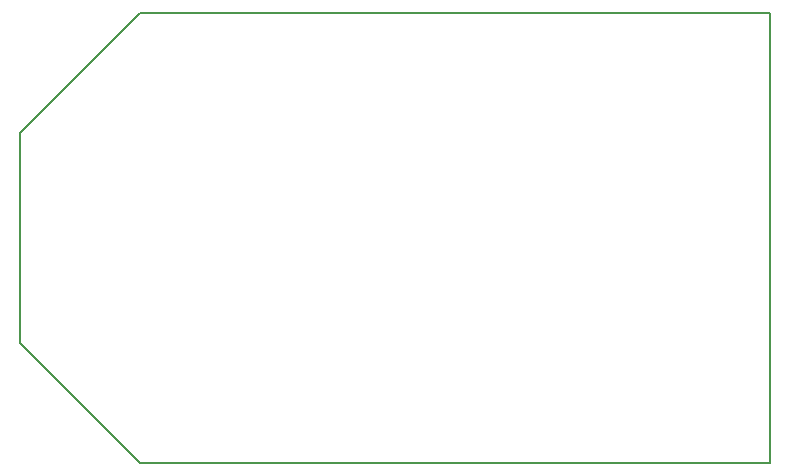
<source format=gm1>
G04 #@! TF.GenerationSoftware,KiCad,Pcbnew,(5.1.0-851-g3912c7407)*
G04 #@! TF.CreationDate,2019-06-16T00:16:21-04:00*
G04 #@! TF.ProjectId,Corsair_RGB_Fan_Adaptor,436f7273-6169-4725-9f52-47425f46616e,rev?*
G04 #@! TF.SameCoordinates,Original*
G04 #@! TF.FileFunction,Profile,NP*
%FSLAX46Y46*%
G04 Gerber Fmt 4.6, Leading zero omitted, Abs format (unit mm)*
G04 Created by KiCad (PCBNEW (5.1.0-851-g3912c7407)) date 2019-06-16 00:16:21*
%MOMM*%
%LPD*%
G04 APERTURE LIST*
%ADD10C,0.200000*%
%ADD11C,0.150000*%
G04 APERTURE END LIST*
D10*
X104140000Y-129540000D02*
X114300000Y-139700000D01*
X114300000Y-101600000D02*
X104140000Y-111760000D01*
D11*
X114300000Y-139700000D02*
X167640000Y-139700000D01*
X167640000Y-139700000D02*
X167640000Y-101600000D01*
X104140000Y-111760000D02*
X104140000Y-129540000D01*
X167640000Y-101600000D02*
X114300000Y-101600000D01*
M02*

</source>
